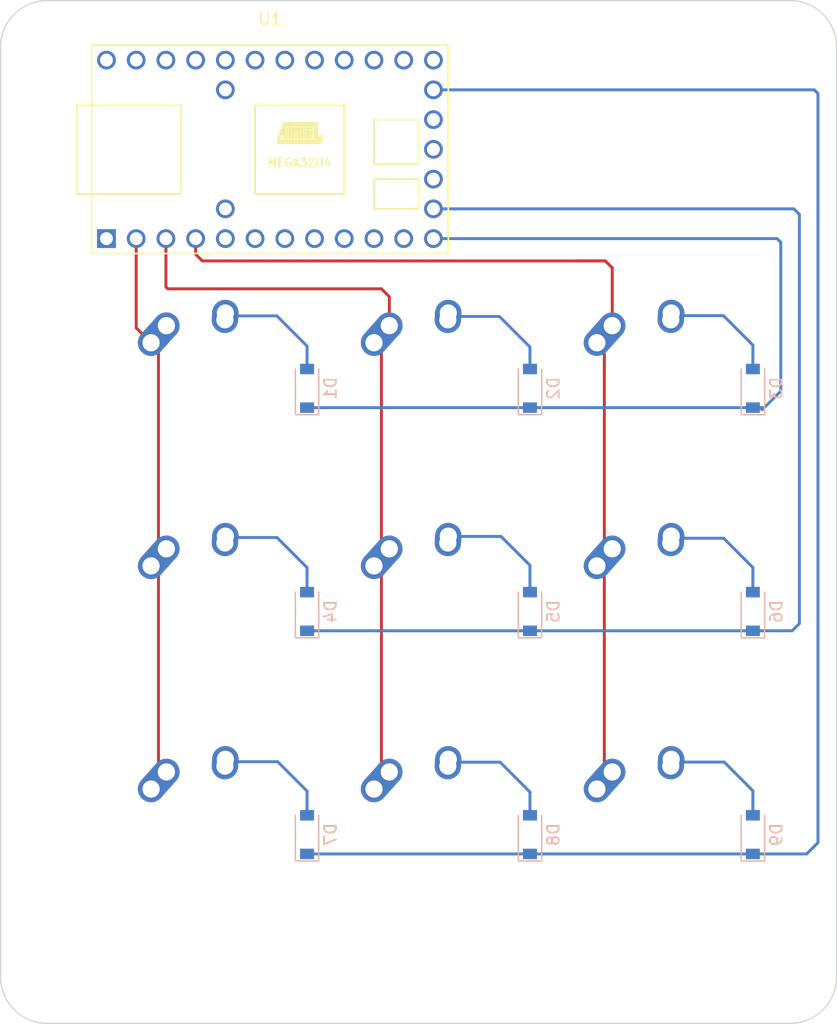
<source format=kicad_pcb>
(kicad_pcb (version 20220914) (generator pcbnew)
  (layers (0 "F.Cu" signal) (31 "B.Cu" signal) (34 "B.Paste" user) (35 "F.Paste" user) (36 "B.SilkS" user "B.Silkscreen") (37 "F.SilkS" user "F.Silkscreen") (38 "B.Mask" user) (39 "F.Mask" user) (44 "Edge.Cuts" user))
  (net 0 "")
  (net 1 "ROW0")
  (net 2 "Net-(D1-A)")
  (net 3 "Net-(D2-A)")
  (net 4 "Net-(D3-A)")
  (net 5 "ROW1")
  (net 6 "Net-(D4-A)")
  (net 7 "Net-(D5-A)")
  (net 8 "Net-(D6-A)")
  (net 9 "ROW2")
  (net 10 "Net-(D7-A)")
  (net 11 "Net-(D8-A)")
  (net 12 "Net-(D9-A)")
  (net 13 "COL0")
  (net 14 "COL1")
  (net 15 "COL2")
  (footprint "MX_Alps_Hybrid:MX-1U-NoLED" (layer "F.Cu") (at 111.91875 106.3625)
    (fp_text reference "MX4")
    (fp_text value "MX-NoLED")
    (pad "" np_thru_hole circle (at -5.08 0 48.0996) (size 1.75 1.75) (drill 1.75) (layers *.Cu *.Mask))
    (pad "" np_thru_hole circle (at 0 0) (size 3.9878 3.9878) (drill 3.9878) (layers *.Cu *.Mask))
    (pad "" np_thru_hole circle (at 5.08 0 48.0996) (size 1.75 1.75) (drill 1.75) (layers *.Cu *.Mask))
    (pad "1" thru_hole oval (at -3.81 -2.54 48.0996) (size 4.211556 2.25) (drill 1.47 (offset 0.980778 0)) (layers *.Cu "B.Mask") (net 13 "COL0"))
    (pad "1" thru_hole circle (at -2.5 -4) (size 2.25 2.25) (drill 1.47) (layers *.Cu "B.Mask") (net 13 "COL0"))
    (pad "2" thru_hole oval (at 2.5 -4.5 86.0548) (size 2.831378 2.25) (drill 1.47 (offset 0.290689 0)) (layers *.Cu "B.Mask") (net 6 "Net-(D4-A)"))
    (pad "2" thru_hole circle (at 2.54 -5.08) (size 2.25 2.25) (drill 1.47) (layers *.Cu "B.Mask") (net 6 "Net-(D4-A)"))
  )
  (footprint "MX_Alps_Hybrid:MX-1U-NoLED" (layer "F.Cu") (at 150.01875 125.4125)
    (fp_text reference "MX9")
    (fp_text value "MX-NoLED")
    (pad "" np_thru_hole circle (at -5.08 0 48.0996) (size 1.75 1.75) (drill 1.75) (layers *.Cu *.Mask))
    (pad "" np_thru_hole circle (at 0 0) (size 3.9878 3.9878) (drill 3.9878) (layers *.Cu *.Mask))
    (pad "" np_thru_hole circle (at 5.08 0 48.0996) (size 1.75 1.75) (drill 1.75) (layers *.Cu *.Mask))
    (pad "1" thru_hole oval (at -3.81 -2.54 48.0996) (size 4.211556 2.25) (drill 1.47 (offset 0.980778 0)) (layers *.Cu "B.Mask") (net 15 "COL2"))
    (pad "1" thru_hole circle (at -2.5 -4) (size 2.25 2.25) (drill 1.47) (layers *.Cu "B.Mask") (net 15 "COL2"))
    (pad "2" thru_hole oval (at 2.5 -4.5 86.0548) (size 2.831378 2.25) (drill 1.47 (offset 0.290689 0)) (layers *.Cu "B.Mask") (net 12 "Net-(D9-A)"))
    (pad "2" thru_hole circle (at 2.54 -5.08) (size 2.25 2.25) (drill 1.47) (layers *.Cu "B.Mask") (net 12 "Net-(D9-A)"))
  )
  (footprint "MX_Alps_Hybrid:MX-1U-NoLED" (layer "F.Cu") (at 111.91875 125.4125)
    (fp_text reference "MX7")
    (fp_text value "MX-NoLED")
    (pad "" np_thru_hole circle (at -5.08 0 48.0996) (size 1.75 1.75) (drill 1.75) (layers *.Cu *.Mask))
    (pad "" np_thru_hole circle (at 0 0) (size 3.9878 3.9878) (drill 3.9878) (layers *.Cu *.Mask))
    (pad "" np_thru_hole circle (at 5.08 0 48.0996) (size 1.75 1.75) (drill 1.75) (layers *.Cu *.Mask))
    (pad "1" thru_hole oval (at -3.81 -2.54 48.0996) (size 4.211556 2.25) (drill 1.47 (offset 0.980778 0)) (layers *.Cu "B.Mask") (net 13 "COL0"))
    (pad "1" thru_hole circle (at -2.5 -4) (size 2.25 2.25) (drill 1.47) (layers *.Cu "B.Mask") (net 13 "COL0"))
    (pad "2" thru_hole oval (at 2.5 -4.5 86.0548) (size 2.831378 2.25) (drill 1.47 (offset 0.290689 0)) (layers *.Cu "B.Mask") (net 10 "Net-(D7-A)"))
    (pad "2" thru_hole circle (at 2.54 -5.08) (size 2.25 2.25) (drill 1.47) (layers *.Cu "B.Mask") (net 10 "Net-(D7-A)"))
  )
  (footprint "teensy:Teensy2.0" (layer "F.Cu") (at 118.26875 68.2625)
    (fp_text reference "U1" (at 0 -11.1125) (layer "F.SilkS"))
    (fp_text value "keyboard_parts_TEENSY2.0")
    (fp_text user "MEGA32U4" (at 2.54 1.143) (layer "F.SilkS") (effects (font (size 0.7 0.7))))
    (fp_line (start -16.51 -3.81) (end -7.62 -3.81) (stroke (width 0.15)) (layer "F.SilkS"))
    (fp_line (start -16.51 3.81) (end -16.51 -3.81) (stroke (width 0.15)) (layer "F.SilkS"))
    (fp_line (start -15.24 -8.89) (end 15.24 -8.89) (stroke (width 0.15)) (layer "F.SilkS"))
    (fp_line (start -15.24 8.89) (end -15.24 -8.89) (stroke (width 0.15)) (layer "F.SilkS"))
    (fp_line (start -7.62 -3.81) (end -7.62 3.81) (stroke (width 0.15)) (layer "F.SilkS"))
    (fp_line (start -7.62 3.81) (end -16.51 3.81) (stroke (width 0.15)) (layer "F.SilkS"))
    (fp_line (start -1.27 -3.81) (end -1.27 3.81) (stroke (width 0.15)) (layer "F.SilkS"))
    (fp_line (start -1.27 3.81) (end 6.35 3.81) (stroke (width 0.15)) (layer "F.SilkS"))
    (fp_line (start 6.35 -3.81) (end -1.27 -3.81) (stroke (width 0.15)) (layer "F.SilkS"))
    (fp_line (start 6.35 3.81) (end 6.35 -3.81) (stroke (width 0.15)) (layer "F.SilkS"))
    (fp_line (start 8.89 -2.54) (end 8.89 0) (stroke (width 0.15)) (layer "F.SilkS"))
    (fp_line (start 8.89 0) (end 8.89 1.27) (stroke (width 0.15)) (layer "F.SilkS"))
    (fp_line (start 8.89 1.27) (end 12.7 1.27) (stroke (width 0.15)) (layer "F.SilkS"))
    (fp_line (start 8.89 2.54) (end 8.89 5.08) (stroke (width 0.15)) (layer "F.SilkS"))
    (fp_line (start 8.89 5.08) (end 12.7 5.08) (stroke (width 0.15)) (layer "F.SilkS"))
    (fp_line (start 12.7 -2.54) (end 8.89 -2.54) (stroke (width 0.15)) (layer "F.SilkS"))
    (fp_line (start 12.7 1.27) (end 12.7 -2.54) (stroke (width 0.15)) (layer "F.SilkS"))
    (fp_line (start 12.7 2.54) (end 8.89 2.54) (stroke (width 0.15)) (layer "F.SilkS"))
    (fp_line (start 12.7 5.08) (end 12.7 2.54) (stroke (width 0.15)) (layer "F.SilkS"))
    (fp_line (start 15.24 -8.89) (end 15.24 8.89) (stroke (width 0.15)) (layer "F.SilkS"))
    (fp_line (start 15.24 8.89) (end -15.24 8.89) (stroke (width 0.15)) (layer "F.SilkS"))
    (fp_poly (pts (xy 0.635 -0.762) (xy 4.445 -0.762) (xy 4.318 -0.508) (xy 0.635 -0.508)) (stroke (width 0.1)) (fill solid) (layer "F.SilkS"))
    (fp_poly (pts (xy 3.81 -1.905) (xy 3.81 -0.889) (xy 4.445 -0.889) (xy 4.572 -1.143) (xy 4.064 -1.143) (xy 4.064 -1.905)) (stroke (width 0.1)) (fill solid) (layer "F.SilkS"))
    (fp_poly (pts (xy 1.397 -0.889) (xy 1.397 -1.905) (xy 1.016 -1.905) (xy 0.635 -0.889) (xy 0.889 -0.889) (xy 1.143 -1.651) (xy 1.143 -0.889)) (stroke (width 0.1)) (fill solid) (layer "F.SilkS"))
    (fp_poly (pts (xy 4.064 -2.032) (xy 1.778 -2.032) (xy 1.778 -0.889) (xy 1.524 -0.889) (xy 1.524 -2.032) (xy 1.016 -2.032) (xy 1.143 -2.286) (xy 4.064 -2.286)) (stroke (width 0.1)) (fill solid) (layer "F.SilkS"))
    (fp_poly (pts (xy 2.921 -0.889) (xy 2.921 -1.905) (xy 1.905 -1.905) (xy 1.905 -0.889) (xy 2.159 -0.889) (xy 2.159 -1.651) (xy 2.286 -1.651) (xy 2.286 -0.889) (xy 2.54 -0.889) (xy 2.54 -1.651) (xy 2.667 -1.651) (xy 2.667 -0.889)) (stroke (width 0.1)) (fill solid) (layer "F.SilkS"))
    (fp_poly (pts (xy 3.048 -1.905) (xy 3.683 -1.905) (xy 3.683 -1.651) (xy 3.302 -1.651) (xy 3.302 -1.524) (xy 3.683 -1.524) (xy 3.683 -1.27) (xy 3.302 -1.27) (xy 3.302 -1.143) (xy 3.683 -1.143) (xy 3.683 -0.889) (xy 3.048 -0.889)) (stroke (width 0.1)) (fill solid) (layer "F.SilkS"))
    (pad "1" thru_hole rect (at -13.97 7.62) (size 1.6 1.6) (drill 1.1) (layers *.Cu *.Mask))
    (pad "2" thru_hole circle (at -11.43 7.62) (size 1.6 1.6) (drill 1.1) (layers *.Cu *.Mask) (net 13 "COL0"))
    (pad "3" thru_hole circle (at -8.89 7.62) (size 1.6 1.6) (drill 1.1) (layers *.Cu *.Mask) (net 14 "COL1"))
    (pad "4" thru_hole circle (at -6.35 7.62) (size 1.6 1.6) (drill 1.1) (layers *.Cu *.Mask) (net 15 "COL2"))
    (pad "5" thru_hole circle (at -3.81 7.62) (size 1.6 1.6) (drill 1.1) (layers *.Cu *.Mask))
    (pad "6" thru_hole circle (at -1.27 7.62) (size 1.6 1.6) (drill 1.1) (layers *.Cu *.Mask))
    (pad "7" thru_hole circle (at 1.27 7.62) (size 1.6 1.6) (drill 1.1) (layers *.Cu *.Mask))
    (pad "8" thru_hole circle (at 3.81 7.62) (size 1.6 1.6) (drill 1.1) (layers *.Cu *.Mask))
    (pad "9" thru_hole circle (at 6.35 7.62) (size 1.6 1.6) (drill 1.1) (layers *.Cu *.Mask))
    (pad "10" thru_hole circle (at 8.89 7.62) (size 1.6 1.6) (drill 1.1) (layers *.Cu *.Mask))
    (pad "11" thru_hole circle (at 11.43 7.62) (size 1.6 1.6) (drill 1.1) (layers *.Cu *.Mask))
    (pad "12" thru_hole circle (at 13.97 7.62) (size 1.6 1.6) (drill 1.1) (layers *.Cu *.Mask) (net 1 "ROW0"))
    (pad "13" thru_hole circle (at 13.97 5.08) (size 1.6 1.6) (drill 1.1) (layers *.Cu *.Mask) (net 5 "ROW1"))
    (pad "14" thru_hole circle (at 13.97 2.54) (size 1.6 1.6) (drill 1.1) (layers *.Cu *.Mask))
    (pad "15" thru_hole circle (at 13.97 0) (size 1.6 1.6) (drill 1.1) (layers *.Cu *.Mask))
    (pad "16" thru_hole circle (at 13.97 -2.54) (size 1.6 1.6) (drill 1.1) (layers *.Cu *.Mask))
    (pad "17" thru_hole circle (at 13.97 -5.08) (size 1.6 1.6) (drill 1.1) (layers *.Cu *.Mask) (net 9 "ROW2"))
    (pad "18" thru_hole circle (at 13.97 -7.62) (size 1.6 1.6) (drill 1.1) (layers *.Cu *.Mask))
    (pad "19" thru_hole circle (at 11.43 -7.62) (size 1.6 1.6) (drill 1.1) (layers *.Cu *.Mask))
    (pad "20" thru_hole circle (at 8.89 -7.62) (size 1.6 1.6) (drill 1.1) (layers *.Cu *.Mask))
    (pad "21" thru_hole circle (at 6.35 -7.62) (size 1.6 1.6) (drill 1.1) (layers *.Cu *.Mask))
    (pad "22" thru_hole circle (at 3.81 -7.62) (size 1.6 1.6) (drill 1.1) (layers *.Cu *.Mask))
    (pad "23" thru_hole circle (at 1.27 -7.62) (size 1.6 1.6) (drill 1.1) (layers *.Cu *.Mask))
    (pad "24" thru_hole circle (at -1.27 -7.62) (size 1.6 1.6) (drill 1.1) (layers *.Cu *.Mask))
    (pad "25" thru_hole circle (at -3.81 -7.62) (size 1.6 1.6) (drill 1.1) (layers *.Cu *.Mask))
    (pad "26" thru_hole circle (at -6.35 -7.62) (size 1.6 1.6) (drill 1.1) (layers *.Cu *.Mask))
    (pad "27" thru_hole circle (at -8.89 -7.62) (size 1.6 1.6) (drill 1.1) (layers *.Cu *.Mask))
    (pad "28" thru_hole circle (at -11.43 -7.62) (size 1.6 1.6) (drill 1.1) (layers *.Cu *.Mask))
    (pad "29" thru_hole circle (at -13.97 -7.62) (size 1.6 1.6) (drill 1.1) (layers *.Cu *.Mask))
    (pad "30" thru_hole circle (at -3.81 5.08) (size 1.6 1.6) (drill 1.1) (layers *.Cu *.Mask))
    (pad "31" thru_hole circle (at -3.81 -5.08) (size 1.6 1.6) (drill 1.1) (layers *.Cu *.Mask))
  )
  (footprint "MX_Alps_Hybrid:MX-1U-NoLED" (layer "F.Cu") (at 130.96875 106.3625)
    (fp_text reference "MX5")
    (fp_text value "MX-NoLED")
    (pad "" np_thru_hole circle (at -5.08 0 48.0996) (size 1.75 1.75) (drill 1.75) (layers *.Cu *.Mask))
    (pad "" np_thru_hole circle (at 0 0) (size 3.9878 3.9878) (drill 3.9878) (layers *.Cu *.Mask))
    (pad "" np_thru_hole circle (at 5.08 0 48.0996) (size 1.75 1.75) (drill 1.75) (layers *.Cu *.Mask))
    (pad "1" thru_hole oval (at -3.81 -2.54 48.0996) (size 4.211556 2.25) (drill 1.47 (offset 0.980778 0)) (layers *.Cu "B.Mask") (net 14 "COL1"))
    (pad "1" thru_hole circle (at -2.5 -4) (size 2.25 2.25) (drill 1.47) (layers *.Cu "B.Mask") (net 14 "COL1"))
    (pad "2" thru_hole oval (at 2.5 -4.5 86.0548) (size 2.831378 2.25) (drill 1.47 (offset 0.290689 0)) (layers *.Cu "B.Mask") (net 7 "Net-(D5-A)"))
    (pad "2" thru_hole circle (at 2.54 -5.08) (size 2.25 2.25) (drill 1.47) (layers *.Cu "B.Mask") (net 7 "Net-(D5-A)"))
  )
  (footprint "MX_Alps_Hybrid:MX-1U-NoLED" (layer "F.Cu") (at 150.01875 106.3625)
    (fp_text reference "MX6")
    (fp_text value "MX-NoLED")
    (pad "" np_thru_hole circle (at -5.08 0 48.0996) (size 1.75 1.75) (drill 1.75) (layers *.Cu *.Mask))
    (pad "" np_thru_hole circle (at 0 0) (size 3.9878 3.9878) (drill 3.9878) (layers *.Cu *.Mask))
    (pad "" np_thru_hole circle (at 5.08 0 48.0996) (size 1.75 1.75) (drill 1.75) (layers *.Cu *.Mask))
    (pad "1" thru_hole oval (at -3.81 -2.54 48.0996) (size 4.211556 2.25) (drill 1.47 (offset 0.980778 0)) (layers *.Cu "B.Mask") (net 15 "COL2"))
    (pad "1" thru_hole circle (at -2.5 -4) (size 2.25 2.25) (drill 1.47) (layers *.Cu "B.Mask") (net 15 "COL2"))
    (pad "2" thru_hole oval (at 2.5 -4.5 86.0548) (size 2.831378 2.25) (drill 1.47 (offset 0.290689 0)) (layers *.Cu "B.Mask") (net 8 "Net-(D6-A)"))
    (pad "2" thru_hole circle (at 2.54 -5.08) (size 2.25 2.25) (drill 1.47) (layers *.Cu "B.Mask") (net 8 "Net-(D6-A)"))
  )
  (footprint "MX_Alps_Hybrid:MX-1U-NoLED" (layer "F.Cu") (at 130.96875 125.4125)
    (fp_text reference "MX8")
    (fp_text value "MX-NoLED")
    (pad "" np_thru_hole circle (at -5.08 0 48.0996) (size 1.75 1.75) (drill 1.75) (layers *.Cu *.Mask))
    (pad "" np_thru_hole circle (at 0 0) (size 3.9878 3.9878) (drill 3.9878) (layers *.Cu *.Mask))
    (pad "" np_thru_hole circle (at 5.08 0 48.0996) (size 1.75 1.75) (drill 1.75) (layers *.Cu *.Mask))
    (pad "1" thru_hole oval (at -3.81 -2.54 48.0996) (size 4.211556 2.25) (drill 1.47 (offset 0.980778 0)) (layers *.Cu "B.Mask") (net 14 "COL1"))
    (pad "1" thru_hole circle (at -2.5 -4) (size 2.25 2.25) (drill 1.47) (layers *.Cu "B.Mask") (net 14 "COL1"))
    (pad "2" thru_hole oval (at 2.5 -4.5 86.0548) (size 2.831378 2.25) (drill 1.47 (offset 0.290689 0)) (layers *.Cu "B.Mask") (net 11 "Net-(D8-A)"))
    (pad "2" thru_hole circle (at 2.54 -5.08) (size 2.25 2.25) (drill 1.47) (layers *.Cu "B.Mask") (net 11 "Net-(D8-A)"))
  )
  (footprint "MX_Alps_Hybrid:MX-1U-NoLED" (layer "F.Cu") (at 111.91875 87.3125)
    (fp_text reference "MX1")
    (fp_text value "MX-NoLED")
    (pad "" np_thru_hole circle (at -5.08 0 48.0996) (size 1.75 1.75) (drill 1.75) (layers *.Cu *.Mask))
    (pad "" np_thru_hole circle (at 0 0) (size 3.9878 3.9878) (drill 3.9878) (layers *.Cu *.Mask))
    (pad "" np_thru_hole circle (at 5.08 0 48.0996) (size 1.75 1.75) (drill 1.75) (layers *.Cu *.Mask))
    (pad "1" thru_hole oval (at -3.81 -2.54 48.0996) (size 4.211556 2.25) (drill 1.47 (offset 0.980778 0)) (layers *.Cu "B.Mask") (net 13 "COL0"))
    (pad "1" thru_hole circle (at -2.5 -4) (size 2.25 2.25) (drill 1.47) (layers *.Cu "B.Mask") (net 13 "COL0"))
    (pad "2" thru_hole oval (at 2.5 -4.5 86.0548) (size 2.831378 2.25) (drill 1.47 (offset 0.290689 0)) (layers *.Cu "B.Mask") (net 2 "Net-(D1-A)"))
    (pad "2" thru_hole circle (at 2.54 -5.08) (size 2.25 2.25) (drill 1.47) (layers *.Cu "B.Mask") (net 2 "Net-(D1-A)"))
  )
  (footprint "MX_Alps_Hybrid:MX-1U-NoLED" (layer "F.Cu") (at 150.01875 87.3125)
    (fp_text reference "MX3")
    (fp_text value "MX-NoLED")
    (pad "" np_thru_hole circle (at -5.08 0 48.0996) (size 1.75 1.75) (drill 1.75) (layers *.Cu *.Mask))
    (pad "" np_thru_hole circle (at 0 0) (size 3.9878 3.9878) (drill 3.9878) (layers *.Cu *.Mask))
    (pad "" np_thru_hole circle (at 5.08 0 48.0996) (size 1.75 1.75) (drill 1.75) (layers *.Cu *.Mask))
    (pad "1" thru_hole oval (at -3.81 -2.54 48.0996) (size 4.211556 2.25) (drill 1.47 (offset 0.980778 0)) (layers *.Cu "B.Mask") (net 15 "COL2"))
    (pad "1" thru_hole circle (at -2.5 -4) (size 2.25 2.25) (drill 1.47) (layers *.Cu "B.Mask") (net 15 "COL2"))
    (pad "2" thru_hole oval (at 2.5 -4.5 86.0548) (size 2.831378 2.25) (drill 1.47 (offset 0.290689 0)) (layers *.Cu "B.Mask") (net 4 "Net-(D3-A)"))
    (pad "2" thru_hole circle (at 2.54 -5.08) (size 2.25 2.25) (drill 1.47) (layers *.Cu "B.Mask") (net 4 "Net-(D3-A)"))
  )
  (footprint "MX_Alps_Hybrid:MX-1U-NoLED" (layer "F.Cu") (at 130.96875 87.3125)
    (fp_text reference "MX2")
    (fp_text value "MX-NoLED")
    (pad "" np_thru_hole circle (at -5.08 0 48.0996) (size 1.75 1.75) (drill 1.75) (layers *.Cu *.Mask))
    (pad "" np_thru_hole circle (at 0 0) (size 3.9878 3.9878) (drill 3.9878) (layers *.Cu *.Mask))
    (pad "" np_thru_hole circle (at 5.08 0 48.0996) (size 1.75 1.75) (drill 1.75) (layers *.Cu *.Mask))
    (pad "1" thru_hole oval (at -3.81 -2.54 48.0996) (size 4.211556 2.25) (drill 1.47 (offset 0.980778 0)) (layers *.Cu "B.Mask") (net 14 "COL1"))
    (pad "1" thru_hole circle (at -2.5 -4) (size 2.25 2.25) (drill 1.47) (layers *.Cu "B.Mask") (net 14 "COL1"))
    (pad "2" thru_hole oval (at 2.5 -4.5 86.0548) (size 2.831378 2.25) (drill 1.47 (offset 0.290689 0)) (layers *.Cu "B.Mask") (net 3 "Net-(D2-A)"))
    (pad "2" thru_hole circle (at 2.54 -5.08) (size 2.25 2.25) (drill 1.47) (layers *.Cu "B.Mask") (net 3 "Net-(D2-A)"))
  )
  (footprint "Diode_SMD:D_SOD-123" (layer "B.Cu") (at 159.53875 107.7125 90)
    (fp_text reference "D6" (at 0 2 90) (layer "B.SilkS") (effects (justify mirror)))
    (fp_text value "D_Small")
    (fp_line (start -2.25 -1) (end 1.65 -1) (stroke (width 0.12)) (layer "B.SilkS"))
    (fp_line (start -2.25 1) (end -2.25 -1) (stroke (width 0.12)) (layer "B.SilkS"))
    (fp_line (start -2.25 1) (end 1.65 1) (stroke (width 0.12)) (layer "B.SilkS"))
    (pad "1" smd rect (at -1.65 0 90) (size 0.9 1.2) (layers "B.Cu" "B.Paste" "B.Mask") (net 5 "ROW1"))
    (pad "2" smd rect (at 1.65 0 90) (size 0.9 1.2) (layers "B.Cu" "B.Paste" "B.Mask") (net 8 "Net-(D6-A)"))
  )
  (footprint "Diode_SMD:D_SOD-123" (layer "B.Cu") (at 140.48875 107.7125 90)
    (fp_text reference "D5" (at 0 2 90) (layer "B.SilkS") (effects (justify mirror)))
    (fp_text value "D_Small")
    (fp_line (start -2.25 -1) (end 1.65 -1) (stroke (width 0.12)) (layer "B.SilkS"))
    (fp_line (start -2.25 1) (end -2.25 -1) (stroke (width 0.12)) (layer "B.SilkS"))
    (fp_line (start -2.25 1) (end 1.65 1) (stroke (width 0.12)) (layer "B.SilkS"))
    (pad "1" smd rect (at -1.65 0 90) (size 0.9 1.2) (layers "B.Cu" "B.Paste" "B.Mask") (net 5 "ROW1"))
    (pad "2" smd rect (at 1.65 0 90) (size 0.9 1.2) (layers "B.Cu" "B.Paste" "B.Mask") (net 7 "Net-(D5-A)"))
  )
  (footprint "Diode_SMD:D_SOD-123" (layer "B.Cu") (at 121.43875 126.7625 90)
    (fp_text reference "D7" (at 0 2 90) (layer "B.SilkS") (effects (justify mirror)))
    (fp_text value "D_Small")
    (fp_line (start -2.25 -1) (end 1.65 -1) (stroke (width 0.12)) (layer "B.SilkS"))
    (fp_line (start -2.25 1) (end -2.25 -1) (stroke (width 0.12)) (layer "B.SilkS"))
    (fp_line (start -2.25 1) (end 1.65 1) (stroke (width 0.12)) (layer "B.SilkS"))
    (pad "1" smd rect (at -1.65 0 90) (size 0.9 1.2) (layers "B.Cu" "B.Paste" "B.Mask") (net 9 "ROW2"))
    (pad "2" smd rect (at 1.65 0 90) (size 0.9 1.2) (layers "B.Cu" "B.Paste" "B.Mask") (net 10 "Net-(D7-A)"))
  )
  (footprint "Diode_SMD:D_SOD-123" (layer "B.Cu") (at 121.43875 107.7125 90)
    (fp_text reference "D4" (at 0 2 90) (layer "B.SilkS") (effects (justify mirror)))
    (fp_text value "D_Small")
    (fp_line (start -2.25 -1) (end 1.65 -1) (stroke (width 0.12)) (layer "B.SilkS"))
    (fp_line (start -2.25 1) (end -2.25 -1) (stroke (width 0.12)) (layer "B.SilkS"))
    (fp_line (start -2.25 1) (end 1.65 1) (stroke (width 0.12)) (layer "B.SilkS"))
    (pad "1" smd rect (at -1.65 0 90) (size 0.9 1.2) (layers "B.Cu" "B.Paste" "B.Mask") (net 5 "ROW1"))
    (pad "2" smd rect (at 1.65 0 90) (size 0.9 1.2) (layers "B.Cu" "B.Paste" "B.Mask") (net 6 "Net-(D4-A)"))
  )
  (footprint "Diode_SMD:D_SOD-123" (layer "B.Cu") (at 140.48875 88.6625 90)
    (fp_text reference "D2" (at 0 2 90) (layer "B.SilkS") (effects (justify mirror)))
    (fp_text value "D_Small")
    (fp_line (start -2.25 -1) (end 1.65 -1) (stroke (width 0.12)) (layer "B.SilkS"))
    (fp_line (start -2.25 1) (end -2.25 -1) (stroke (width 0.12)) (layer "B.SilkS"))
    (fp_line (start -2.25 1) (end 1.65 1) (stroke (width 0.12)) (layer "B.SilkS"))
    (pad "1" smd rect (at -1.65 0 90) (size 0.9 1.2) (layers "B.Cu" "B.Paste" "B.Mask") (net 1 "ROW0"))
    (pad "2" smd rect (at 1.65 0 90) (size 0.9 1.2) (layers "B.Cu" "B.Paste" "B.Mask") (net 3 "Net-(D2-A)"))
  )
  (footprint "Diode_SMD:D_SOD-123" (layer "B.Cu") (at 140.48875 126.7625 90)
    (fp_text reference "D8" (at 0 2 90) (layer "B.SilkS") (effects (justify mirror)))
    (fp_text value "D_Small")
    (fp_line (start -2.25 -1) (end 1.65 -1) (stroke (width 0.12)) (layer "B.SilkS"))
    (fp_line (start -2.25 1) (end -2.25 -1) (stroke (width 0.12)) (layer "B.SilkS"))
    (fp_line (start -2.25 1) (end 1.65 1) (stroke (width 0.12)) (layer "B.SilkS"))
    (pad "1" smd rect (at -1.65 0 90) (size 0.9 1.2) (layers "B.Cu" "B.Paste" "B.Mask") (net 9 "ROW2"))
    (pad "2" smd rect (at 1.65 0 90) (size 0.9 1.2) (layers "B.Cu" "B.Paste" "B.Mask") (net 11 "Net-(D8-A)"))
  )
  (footprint "Diode_SMD:D_SOD-123" (layer "B.Cu") (at 159.53875 126.7625 90)
    (fp_text reference "D9" (at 0 2 90) (layer "B.SilkS") (effects (justify mirror)))
    (fp_text value "D_Small")
    (fp_line (start -2.25 -1) (end 1.65 -1) (stroke (width 0.12)) (layer "B.SilkS"))
    (fp_line (start -2.25 1) (end -2.25 -1) (stroke (width 0.12)) (layer "B.SilkS"))
    (fp_line (start -2.25 1) (end 1.65 1) (stroke (width 0.12)) (layer "B.SilkS"))
    (pad "1" smd rect (at -1.65 0 90) (size 0.9 1.2) (layers "B.Cu" "B.Paste" "B.Mask") (net 9 "ROW2"))
    (pad "2" smd rect (at 1.65 0 90) (size 0.9 1.2) (layers "B.Cu" "B.Paste" "B.Mask") (net 12 "Net-(D9-A)"))
  )
  (footprint "Diode_SMD:D_SOD-123" (layer "B.Cu") (at 121.43875 88.6625 90)
    (fp_text reference "D1" (at 0 2 90) (layer "B.SilkS") (effects (justify mirror)))
    (fp_text value "D_Small")
    (fp_line (start -2.25 -1) (end 1.65 -1) (stroke (width 0.12)) (layer "B.SilkS"))
    (fp_line (start -2.25 1) (end -2.25 -1) (stroke (width 0.12)) (layer "B.SilkS"))
    (fp_line (start -2.25 1) (end 1.65 1) (stroke (width 0.12)) (layer "B.SilkS"))
    (pad "1" smd rect (at -1.65 0 90) (size 0.9 1.2) (layers "B.Cu" "B.Paste" "B.Mask") (net 1 "ROW0"))
    (pad "2" smd rect (at 1.65 0 90) (size 0.9 1.2) (layers "B.Cu" "B.Paste" "B.Mask") (net 2 "Net-(D1-A)"))
  )
  (footprint "Diode_SMD:D_SOD-123" (layer "B.Cu") (at 159.53875 88.6625 90)
    (fp_text reference "D3" (at 0 2 90) (layer "B.SilkS") (effects (justify mirror)))
    (fp_text value "D_Small")
    (fp_line (start -2.25 -1) (end 1.65 -1) (stroke (width 0.12)) (layer "B.SilkS"))
    (fp_line (start -2.25 1) (end -2.25 -1) (stroke (width 0.12)) (layer "B.SilkS"))
    (fp_line (start -2.25 1) (end 1.65 1) (stroke (width 0.12)) (layer "B.SilkS"))
    (pad "1" smd rect (at -1.65 0 90) (size 0.9 1.2) (layers "B.Cu" "B.Paste" "B.Mask") (net 1 "ROW0"))
    (pad "2" smd rect (at 1.65 0 90) (size 0.9 1.2) (layers "B.Cu" "B.Paste" "B.Mask") (net 4 "Net-(D3-A)"))
  )
  (gr_arc (start 166.6875 138.90625) (mid 165.52508 141.71258) (end 162.71875 142.875) (stroke (width 0.1)) (layer "Edge.Cuts"))
  (gr_line (start 99.21875 142.875) (end 162.71875 142.875) (stroke (width 0.1)) (layer "Edge.Cuts"))
  (gr_line (start 166.6875 138.90625) (end 166.6875 59.53125) (stroke (width 0.1)) (layer "Edge.Cuts"))
  (gr_arc (start 99.21875 142.875) (mid 96.41242 141.71258) (end 95.25 138.90625) (stroke (width 0.1)) (layer "Edge.Cuts"))
  (gr_line (start 95.25 138.90625) (end 95.25 59.53125) (stroke (width 0.1)) (layer "Edge.Cuts"))
  (gr_arc (start 95.25 59.53125) (mid 96.41242 56.72492) (end 99.21875 55.5625) (stroke (width 0.1)) (layer "Edge.Cuts"))
  (gr_arc (start 162.71875 55.5625) (mid 165.52508 56.72492) (end 166.6875 59.53125) (stroke (width 0.1)) (layer "Edge.Cuts"))
  (gr_line (start 99.21875 55.5625) (end 162.71875 55.5625) (stroke (width 0.1)) (layer "Edge.Cuts"))
  (segment (start 132.23875 75.8825) (end 161.6075 75.8825) (width 0.25) (layer "B.Cu") (net 1))
  (segment (start 161.6075 75.8825) (end 161.925 76.2) (width 0.25) (layer "B.Cu") (net 1))
  (segment (start 121.43875 90.3125) (end 160.1625 90.3125) (width 0.25) (layer "B.Cu") (net 1))
  (segment (start 160.5125 90.3125) (end 159.53875 90.3125) (width 0.25) (layer "B.Cu") (net 1))
  (segment (start 161.925 76.2) (end 161.925 88.9) (width 0.25) (layer "B.Cu") (net 1))
  (segment (start 160.1625 90.3125) (end 160.3375 90.4875) (width 0.25) (layer "B.Cu") (net 1))
  (segment (start 161.925 88.9) (end 160.5125 90.3125) (width 0.25) (layer "B.Cu") (net 1))
  (segment (start 121.43875 87.0125) (end 121.43875 85.05875) (width 0.25) (layer "B.Cu") (net 2))
  (segment (start 118.86 82.48) (end 114.75125 82.48) (width 0.25) (layer "B.Cu") (net 2))
  (segment (start 114.75125 82.48) (end 114.41875 82.8125) (width 0.25) (layer "B.Cu") (net 2))
  (segment (start 121.43875 85.05875) (end 118.86 82.48) (width 0.25) (layer "B.Cu") (net 2))
  (segment (start 133.75125 82.53) (end 133.46875 82.8125) (width 0.25) (layer "B.Cu") (net 3))
  (segment (start 140.48875 87.0125) (end 140.48875 85.13875) (width 0.25) (layer "B.Cu") (net 3))
  (segment (start 140.48875 85.13875) (end 137.88 82.53) (width 0.25) (layer "B.Cu") (net 3))
  (segment (start 137.88 82.53) (end 133.75125 82.53) (width 0.25) (layer "B.Cu") (net 3))
  (segment (start 159.53875 84.97875) (end 157.02 82.46) (width 0.25) (layer "B.Cu") (net 4))
  (segment (start 159.53875 87.0125) (end 159.53875 84.97875) (width 0.25) (layer "B.Cu") (net 4))
  (segment (start 157.02 82.46) (end 152.87125 82.46) (width 0.25) (layer "B.Cu") (net 4))
  (segment (start 152.87125 82.46) (end 152.51875 82.8125) (width 0.25) (layer "B.Cu") (net 4))
  (segment (start 121.43875 109.3625) (end 160.1625 109.3625) (width 0.25) (layer "B.Cu") (net 5))
  (segment (start 163.5125 108.74375) (end 162.89375 109.3625) (width 0.25) (layer "B.Cu") (net 5))
  (segment (start 162.89375 109.3625) (end 159.53875 109.3625) (width 0.25) (layer "B.Cu") (net 5))
  (segment (start 132.23875 73.3425) (end 163.03625 73.3425) (width 0.25) (layer "B.Cu") (net 5))
  (segment (start 163.03625 73.3425) (end 163.5125 73.81875) (width 0.25) (layer "B.Cu") (net 5))
  (segment (start 163.5125 73.81875) (end 163.5125 108.74375) (width 0.25) (layer "B.Cu") (net 5))
  (segment (start 121.43875 103.96875) (end 118.87 101.4) (width 0.25) (layer "B.Cu") (net 6))
  (segment (start 114.88125 101.4) (end 114.41875 101.8625) (width 0.25) (layer "B.Cu") (net 6))
  (segment (start 118.87 101.4) (end 114.88125 101.4) (width 0.25) (layer "B.Cu") (net 6))
  (segment (start 121.43875 106.0625) (end 121.43875 103.96875) (width 0.25) (layer "B.Cu") (net 6))
  (segment (start 134.02125 101.31) (end 133.46875 101.8625) (width 0.25) (layer "B.Cu") (net 7))
  (segment (start 140.48875 103.77875) (end 138.02 101.31) (width 0.25) (layer "B.Cu") (net 7))
  (segment (start 138.02 101.31) (end 134.02125 101.31) (width 0.25) (layer "B.Cu") (net 7))
  (segment (start 140.48875 106.0625) (end 140.48875 103.77875) (width 0.25) (layer "B.Cu") (net 7))
  (segment (start 152.92125 101.46) (end 152.51875 101.8625) (width 0.25) (layer "B.Cu") (net 8))
  (segment (start 159.53875 106.0625) (end 159.53875 103.95875) (width 0.25) (layer "B.Cu") (net 8))
  (segment (start 157.04 101.46) (end 152.92125 101.46) (width 0.25) (layer "B.Cu") (net 8))
  (segment (start 159.53875 103.95875) (end 157.04 101.46) (width 0.25) (layer "B.Cu") (net 8))
  (segment (start 159.53875 128.4125) (end 164.13125 128.4125) (width 0.25) (layer "B.Cu") (net 9))
  (segment (start 165.1 63.5) (end 164.7825 63.1825) (width 0.25) (layer "B.Cu") (net 9))
  (segment (start 164.13125 128.4125) (end 165.1 127.44375) (width 0.25) (layer "B.Cu") (net 9))
  (segment (start 121.43875 128.4125) (end 159.53875 128.4125) (width 0.25) (layer "B.Cu") (net 9))
  (segment (start 165.1 127.44375) (end 165.1 63.5) (width 0.25) (layer "B.Cu") (net 9))
  (segment (start 164.7825 63.1825) (end 132.23875 63.1825) (width 0.25) (layer "B.Cu") (net 9))
  (segment (start 121.43875 125.1125) (end 121.43875 123.04875) (width 0.25) (layer "B.Cu") (net 10))
  (segment (start 114.79125 120.54) (end 114.41875 120.9125) (width 0.25) (layer "B.Cu") (net 10))
  (segment (start 118.93 120.54) (end 114.79125 120.54) (width 0.25) (layer "B.Cu") (net 10))
  (segment (start 121.43875 123.04875) (end 118.93 120.54) (width 0.25) (layer "B.Cu") (net 10))
  (segment (start 140.48875 125.1125) (end 140.48875 123.12875) (width 0.25) (layer "B.Cu") (net 11))
  (segment (start 137.94 120.58) (end 133.80125 120.58) (width 0.25) (layer "B.Cu") (net 11))
  (segment (start 133.80125 120.58) (end 133.46875 120.9125) (width 0.25) (layer "B.Cu") (net 11))
  (segment (start 140.48875 123.12875) (end 137.94 120.58) (width 0.25) (layer "B.Cu") (net 11))
  (segment (start 157.09 120.57) (end 152.86125 120.57) (width 0.25) (layer "B.Cu") (net 12))
  (segment (start 152.86125 120.57) (end 152.51875 120.9125) (width 0.25) (layer "B.Cu") (net 12))
  (segment (start 159.53875 123.01875) (end 157.09 120.57) (width 0.25) (layer "B.Cu") (net 12))
  (segment (start 159.53875 125.1125) (end 159.53875 123.01875) (width 0.25) (layer "B.Cu") (net 12))
  (segment (start 108.10875 84.7725) (end 108.74375 85.4075) (width 0.25) (layer "F.Cu") (net 13))
  (segment (start 108.74375 103.1875) (end 108.10875 103.8225) (width 0.25) (layer "F.Cu") (net 13))
  (segment (start 106.83875 83.5025) (end 106.83875 75.8825) (width 0.25) (layer "F.Cu") (net 13))
  (segment (start 108.74375 122.2375) (end 108.10875 122.8725) (width 0.25) (layer "F.Cu") (net 13))
  (segment (start 108.74375 104.4575) (end 108.74375 122.2375) (width 0.25) (layer "F.Cu") (net 13))
  (segment (start 108.10875 103.8225) (end 108.74375 104.4575) (width 0.25) (layer "F.Cu") (net 13))
  (segment (start 108.74375 85.4075) (end 108.74375 103.1875) (width 0.25) (layer "F.Cu") (net 13))
  (segment (start 108.10875 84.7725) (end 106.83875 83.5025) (width 0.25) (layer "F.Cu") (net 13))
  (segment (start 127.15875 103.8225) (end 127.79375 104.4575) (width 0.25) (layer "F.Cu") (net 14))
  (segment (start 127.15875 84.7725) (end 127.79375 85.4075) (width 0.25) (layer "F.Cu") (net 14))
  (segment (start 127.79375 104.4575) (end 127.79375 122.2375) (width 0.25) (layer "F.Cu") (net 14))
  (segment (start 128.46875 80.84375) (end 127.79375 80.16875) (width 0.25) (layer "F.Cu") (net 14))
  (segment (start 127.79375 122.2375) (end 127.15875 122.8725) (width 0.25) (layer "F.Cu") (net 14))
  (segment (start 109.37875 80.01) (end 109.37875 75.8825) (width 0.25) (layer "F.Cu") (net 14))
  (segment (start 127.79375 85.4075) (end 127.79375 103.1875) (width 0.25) (layer "F.Cu") (net 14))
  (segment (start 128.46875 83.3125) (end 128.46875 80.84375) (width 0.25) (layer "F.Cu") (net 14))
  (segment (start 127.79375 103.1875) (end 127.15875 103.8225) (width 0.25) (layer "F.Cu") (net 14))
  (segment (start 109.5375 80.16875) (end 127.79375 80.16875) (width 0.25) (layer "F.Cu") (net 14))
  (segment (start 109.5375 80.16875) (end 109.37875 80.01) (width 0.25) (layer "F.Cu") (net 14))
  (segment (start 146.20875 103.8225) (end 146.84375 104.4575) (width 0.25) (layer "F.Cu") (net 15))
  (segment (start 146.20875 84.7725) (end 147.52 83.46125) (width 0.25) (layer "F.Cu") (net 15))
  (segment (start 147.51875 78.37125) (end 147.51125 78.37125) (width 0.25) (layer "F.Cu") (net 15))
  (segment (start 146.84375 104.4575) (end 146.84375 122.2375) (width 0.25) (layer "F.Cu") (net 15))
  (segment (start 146.05 77.7875) (end 144.6475 77.7875) (width 0.25) (layer "F.Cu") (net 15))
  (segment (start 147.51875 83.3125) (end 147.51875 78.37125) (width 0.25) (layer "F.Cu") (net 15))
  (segment (start 144.655 77.78) (end 144.6475 77.7875) (width 0.25) (layer "F.Cu") (net 15))
  (segment (start 146.92 77.78) (end 144.655 77.78) (width 0.25) (layer "F.Cu") (net 15))
  (segment (start 147.51125 78.37125) (end 146.92 77.78) (width 0.25) (layer "F.Cu") (net 15))
  (segment (start 111.91875 77.21875) (end 112.4875 77.7875) (width 0.25) (layer "F.Cu") (net 15))
  (segment (start 146.84375 85.4075) (end 146.84375 103.1875) (width 0.25) (layer "F.Cu") (net 15))
  (segment (start 146.84375 103.1875) (end 146.20875 103.8225) (width 0.25) (layer "F.Cu") (net 15))
  (segment (start 144.6475 77.7875) (end 112.4875 77.7875) (width 0.25) (layer "F.Cu") (net 15))
  (segment (start 111.91875 75.8825) (end 111.91875 77.21875) (width 0.25) (layer "F.Cu") (net 15))
  (segment (start 146.84375 77.7875) (end 146.05 77.7875) (width 0.25) (layer "F.Cu") (net 15))
  (segment (start 146.20875 84.7725) (end 146.84375 85.4075) (width 0.25) (layer "F.Cu") (net 15))
  (segment (start 146.84375 122.2375) (end 146.20875 122.8725) (width 0.25) (layer "F.Cu") (net 15))
)
</source>
